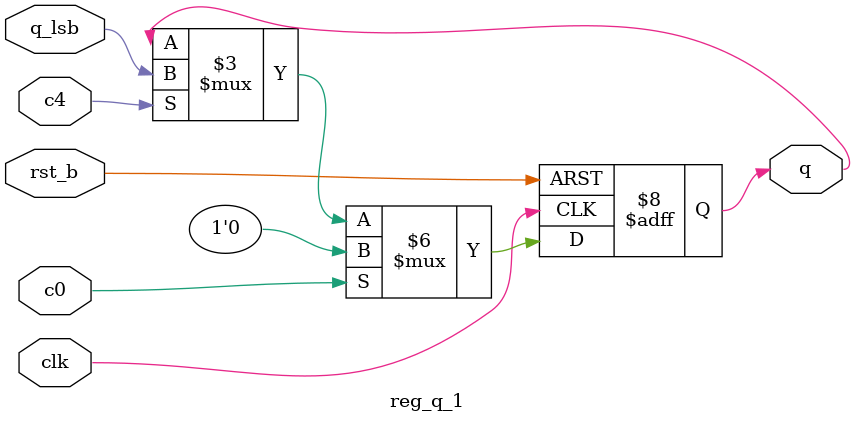
<source format=v>
module reg_q_1(
  input clk, rst_b, c0, c4, 
  input wire q_lsb,
  output reg q
);

always @(posedge clk, negedge rst_b) begin
  if(!rst_b)
    q <= 0;
  else if(c0)
    q <= 0;
  else if(c4)
    q <= q_lsb;
  end
  
endmodule
</source>
